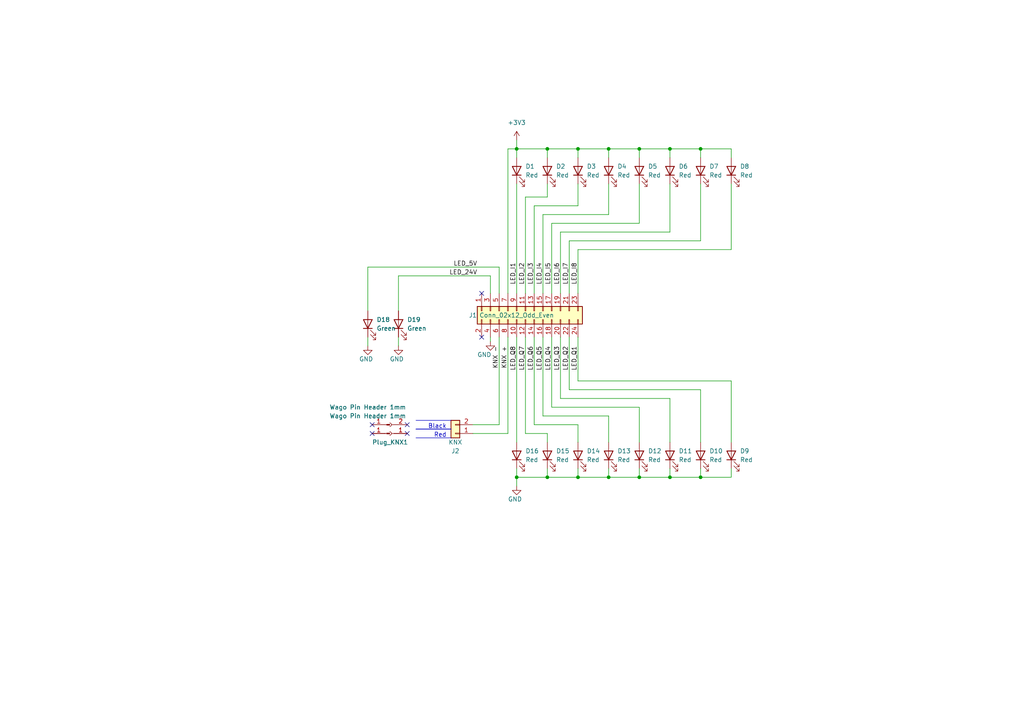
<source format=kicad_sch>
(kicad_sch (version 20230121) (generator eeschema)
  (paper "A4")
  (lib_symbols
    (symbol "Connector:Conn_01x01_Pin" (pin_names (offset 1.016) hide)
      (property "Reference" "J" (at 0 2.54 0))
      (property "Value" "Conn_01x01_Pin" (at 0 -2.54 0))
      (symbol "Conn_01x01_Pin_1_1"
        (polyline (pts (xy 1.27 0) (xy 0.8636 0)) (stroke (width 0.1524)))
        (rectangle (start 0.8636 0.127) (end 0 -0.127) (stroke (width 0.1524)) (fill (type outline)))
        (pin passive line (at 5.08 0 180) (length 3.81) (name "Pin_1") (number "1"))
      )
    )
    (symbol "Connector:Conn_01x02_Socket" (pin_names (offset 1.016) hide)
      (property "Reference" "J" (at 0 2.54 0))
      (property "Value" "Conn_01x02_Socket" (at 0 -5.08 0))
      (symbol "Conn_01x02_Socket_1_1"
        (arc (start 0 -2.032) (mid -0.5058 -2.54) (end 0 -3.048) (stroke (width 0.1524)))
        (polyline (pts (xy -1.27 -2.54) (xy -0.508 -2.54)) (stroke (width 0.1524)))
        (polyline (pts (xy -1.27 0) (xy -0.508 0)) (stroke (width 0.1524)))
        (arc (start 0 0.508) (mid -0.5058 0) (end 0 -0.508) (stroke (width 0.1524)))
        (pin passive line (at -5.08 0 0) (length 3.81) (name "Pin_1") (number "1"))
        (pin passive line (at -5.08 -2.54 0) (length 3.81) (name "Pin_2") (number "2"))
      )
    )
    (symbol "Connector_Generic:Conn_01x02" (pin_names (offset 1.016) hide)
      (property "Reference" "J" (at 0 2.54 0))
      (property "Value" "Conn_01x02" (at 0 -5.08 0))
      (symbol "Conn_01x02_1_1"
        (rectangle (start -1.27 -2.413) (end 0 -2.667) (stroke (width 0.1524)))
        (rectangle (start -1.27 0.127) (end 0 -0.127) (stroke (width 0.1524)))
        (rectangle (start -1.27 1.27) (end 1.27 -3.81) (stroke (width 0.254)) (fill (type background)))
        (pin passive line (at -5.08 0 0) (length 3.81) (name "Pin_1") (number "1"))
        (pin passive line (at -5.08 -2.54 0) (length 3.81) (name "Pin_2") (number "2"))
      )
    )
    (symbol "Connector_Generic:Conn_02x12_Odd_Even" (pin_names (offset 1.016) hide)
      (property "Reference" "J" (at 1.27 15.24 0))
      (property "Value" "Conn_02x12_Odd_Even" (at 1.27 -17.78 0))
      (symbol "Conn_02x12_Odd_Even_1_1"
        (rectangle (start -1.27 -15.113) (end 0 -15.367) (stroke (width 0.1524)))
        (rectangle (start -1.27 -12.573) (end 0 -12.827) (stroke (width 0.1524)))
        (rectangle (start -1.27 -10.033) (end 0 -10.287) (stroke (width 0.1524)))
        (rectangle (start -1.27 -7.493) (end 0 -7.747) (stroke (width 0.1524)))
        (rectangle (start -1.27 -4.953) (end 0 -5.207) (stroke (width 0.1524)))
        (rectangle (start -1.27 -2.413) (end 0 -2.667) (stroke (width 0.1524)))
        (rectangle (start -1.27 0.127) (end 0 -0.127) (stroke (width 0.1524)))
        (rectangle (start -1.27 2.667) (end 0 2.413) (stroke (width 0.1524)))
        (rectangle (start -1.27 5.207) (end 0 4.953) (stroke (width 0.1524)))
        (rectangle (start -1.27 7.747) (end 0 7.493) (stroke (width 0.1524)))
        (rectangle (start -1.27 10.287) (end 0 10.033) (stroke (width 0.1524)))
        (rectangle (start -1.27 12.827) (end 0 12.573) (stroke (width 0.1524)))
        (rectangle (start -1.27 13.97) (end 3.81 -16.51) (stroke (width 0.254)) (fill (type background)))
        (rectangle (start 3.81 -15.113) (end 2.54 -15.367) (stroke (width 0.1524)))
        (rectangle (start 3.81 -12.573) (end 2.54 -12.827) (stroke (width 0.1524)))
        (rectangle (start 3.81 -10.033) (end 2.54 -10.287) (stroke (width 0.1524)))
        (rectangle (start 3.81 -7.493) (end 2.54 -7.747) (stroke (width 0.1524)))
        (rectangle (start 3.81 -4.953) (end 2.54 -5.207) (stroke (width 0.1524)))
        (rectangle (start 3.81 -2.413) (end 2.54 -2.667) (stroke (width 0.1524)))
        (rectangle (start 3.81 0.127) (end 2.54 -0.127) (stroke (width 0.1524)))
        (rectangle (start 3.81 2.667) (end 2.54 2.413) (stroke (width 0.1524)))
        (rectangle (start 3.81 5.207) (end 2.54 4.953) (stroke (width 0.1524)))
        (rectangle (start 3.81 7.747) (end 2.54 7.493) (stroke (width 0.1524)))
        (rectangle (start 3.81 10.287) (end 2.54 10.033) (stroke (width 0.1524)))
        (rectangle (start 3.81 12.827) (end 2.54 12.573) (stroke (width 0.1524)))
        (pin passive line (at -5.08 12.7 0) (length 3.81) (name "Pin_1") (number "1"))
        (pin passive line (at 7.62 2.54 180) (length 3.81) (name "Pin_10") (number "10"))
        (pin passive line (at -5.08 0 0) (length 3.81) (name "Pin_11") (number "11"))
        (pin passive line (at 7.62 0 180) (length 3.81) (name "Pin_12") (number "12"))
        (pin passive line (at -5.08 -2.54 0) (length 3.81) (name "Pin_13") (number "13"))
        (pin passive line (at 7.62 -2.54 180) (length 3.81) (name "Pin_14") (number "14"))
        (pin passive line (at -5.08 -5.08 0) (length 3.81) (name "Pin_15") (number "15"))
        (pin passive line (at 7.62 -5.08 180) (length 3.81) (name "Pin_16") (number "16"))
        (pin passive line (at -5.08 -7.62 0) (length 3.81) (name "Pin_17") (number "17"))
        (pin passive line (at 7.62 -7.62 180) (length 3.81) (name "Pin_18") (number "18"))
        (pin passive line (at -5.08 -10.16 0) (length 3.81) (name "Pin_19") (number "19"))
        (pin passive line (at 7.62 12.7 180) (length 3.81) (name "Pin_2") (number "2"))
        (pin passive line (at 7.62 -10.16 180) (length 3.81) (name "Pin_20") (number "20"))
        (pin passive line (at -5.08 -12.7 0) (length 3.81) (name "Pin_21") (number "21"))
        (pin passive line (at 7.62 -12.7 180) (length 3.81) (name "Pin_22") (number "22"))
        (pin passive line (at -5.08 -15.24 0) (length 3.81) (name "Pin_23") (number "23"))
        (pin passive line (at 7.62 -15.24 180) (length 3.81) (name "Pin_24") (number "24"))
        (pin passive line (at -5.08 10.16 0) (length 3.81) (name "Pin_3") (number "3"))
        (pin passive line (at 7.62 10.16 180) (length 3.81) (name "Pin_4") (number "4"))
        (pin passive line (at -5.08 7.62 0) (length 3.81) (name "Pin_5") (number "5"))
        (pin passive line (at 7.62 7.62 180) (length 3.81) (name "Pin_6") (number "6"))
        (pin passive line (at -5.08 5.08 0) (length 3.81) (name "Pin_7") (number "7"))
        (pin passive line (at 7.62 5.08 180) (length 3.81) (name "Pin_8") (number "8"))
        (pin passive line (at -5.08 2.54 0) (length 3.81) (name "Pin_9") (number "9"))
      )
    )
    (symbol "Device:LED" (pin_numbers hide) (pin_names (offset 1.016) hide)
      (property "Reference" "D" (at 0 2.54 0))
      (property "Value" "LED" (at 0 -2.54 0))
      (symbol "LED_0_1"
        (polyline (pts (xy -1.27 -1.27) (xy -1.27 1.27)) (stroke (width 0.254)))
        (polyline (pts (xy -1.27 0) (xy 1.27 0)))
        (polyline (pts (xy 1.27 -1.27) (xy 1.27 1.27) (xy -1.27 0) (xy 1.27 -1.27)) (stroke (width 0.254)))
        (polyline (pts (xy -3.048 -0.762) (xy -4.572 -2.286) (xy -3.81 -2.286) (xy -4.572 -2.286) (xy -4.572 -1.524)))
        (polyline (pts (xy -1.778 -0.762) (xy -3.302 -2.286) (xy -2.54 -2.286) (xy -3.302 -2.286) (xy -3.302 -1.524)))
      )
      (symbol "LED_1_1"
        (pin passive line (at -3.81 0 0) (length 2.54) (name "K") (number "1"))
        (pin passive line (at 3.81 0 180) (length 2.54) (name "A") (number "2"))
      )
    )
    (symbol "power:+3V3" (power) (pin_names (offset 0))
      (property "Value" "+3V3" (at 0 3.556 0))
      (symbol "+3V3_0_1"
        (polyline (pts (xy -0.762 1.27) (xy 0 2.54)))
        (polyline (pts (xy 0 0) (xy 0 2.54)))
        (polyline (pts (xy 0 2.54) (xy 0.762 1.27)))
      )
      (symbol "+3V3_1_1"
        (pin power_in line (at 0 0 90) (length 0) hide (name "+3V3") (number "1"))
      )
    )
    (symbol "power:GND" (power) (pin_names (offset 0))
      (property "Value" "GND" (at 0 -3.81 0))
      (symbol "GND_0_1"
        (polyline (pts (xy 0 0) (xy 0 -1.27) (xy 1.27 -1.27) (xy 0 -2.54) (xy -1.27 -1.27) (xy 0 -1.27)))
      )
      (symbol "GND_1_1"
        (pin power_in line (at 0 0 270) (length 0) hide (name "GND") (number "1"))
      )
    )
  )
  (junction (at 176.53 43.18))
  (junction (at 149.86 138.43))
  (junction (at 167.64 43.18))
  (junction (at 167.64 138.43))
  (junction (at 176.53 138.43))
  (junction (at 194.31 138.43))
  (junction (at 149.86 43.18))
  (junction (at 203.2 138.43))
  (junction (at 194.31 43.18))
  (junction (at 185.42 43.18))
  (junction (at 185.42 138.43))
  (junction (at 158.75 43.18))
  (junction (at 203.2 43.18))
  (junction (at 158.75 138.43))
  (no_connect (at 139.7 85.09))
  (no_connect (at 107.95 125.73))
  (no_connect (at 118.11 123.19))
  (no_connect (at 118.11 125.73))
  (no_connect (at 107.95 123.19))
  (no_connect (at 139.7 97.79))
  (polyline (pts (xy 130.81 121.92) (xy 120.65 121.92)) (stroke (width 0) (type solid)))
  (wire (pts (xy 176.53 120.65) (xy 157.48 120.65)))
  (wire (pts (xy 142.24 85.09) (xy 142.24 80.01)))
  (polyline (pts (xy 130.81 124.46) (xy 120.65 124.46)) (stroke (width 0) (type solid)))
  (wire (pts (xy 149.86 135.89) (xy 149.86 138.43)))
  (wire (pts (xy 149.86 43.18) (xy 149.86 45.72)))
  (polyline (pts (xy 130.81 127) (xy 120.65 127)) (stroke (width 0) (type solid)))
  (wire (pts (xy 106.68 97.79) (xy 106.68 100.33)))
  (wire (pts (xy 147.32 125.73) (xy 137.16 125.73)))
  (wire (pts (xy 162.56 85.09) (xy 162.56 67.31)))
  (wire (pts (xy 185.42 118.11) (xy 185.42 128.27)))
  (wire (pts (xy 165.1 69.85) (xy 203.2 69.85)))
  (wire (pts (xy 203.2 135.89) (xy 203.2 138.43)))
  (wire (pts (xy 212.09 72.39) (xy 212.09 53.34)))
  (wire (pts (xy 106.68 77.47) (xy 106.68 90.17)))
  (wire (pts (xy 158.75 138.43) (xy 158.75 135.89)))
  (wire (pts (xy 160.02 85.09) (xy 160.02 64.77)))
  (wire (pts (xy 149.86 138.43) (xy 158.75 138.43)))
  (wire (pts (xy 185.42 43.18) (xy 185.42 45.72)))
  (wire (pts (xy 176.53 135.89) (xy 176.53 138.43)))
  (wire (pts (xy 154.94 97.79) (xy 154.94 123.19)))
  (wire (pts (xy 203.2 113.03) (xy 165.1 113.03)))
  (wire (pts (xy 162.56 97.79) (xy 162.56 115.57)))
  (wire (pts (xy 167.64 43.18) (xy 176.53 43.18)))
  (wire (pts (xy 167.64 85.09) (xy 167.64 72.39)))
  (wire (pts (xy 154.94 59.69) (xy 154.94 85.09)))
  (wire (pts (xy 144.78 97.79) (xy 144.78 123.19)))
  (wire (pts (xy 185.42 138.43) (xy 176.53 138.43)))
  (wire (pts (xy 142.24 99.06) (xy 142.24 97.79)))
  (wire (pts (xy 167.64 97.79) (xy 167.64 110.49)))
  (wire (pts (xy 147.32 43.18) (xy 149.86 43.18)))
  (wire (pts (xy 149.86 43.18) (xy 158.75 43.18)))
  (wire (pts (xy 194.31 135.89) (xy 194.31 138.43)))
  (wire (pts (xy 142.24 80.01) (xy 115.57 80.01)))
  (wire (pts (xy 115.57 80.01) (xy 115.57 90.17)))
  (wire (pts (xy 167.64 43.18) (xy 167.64 45.72)))
  (wire (pts (xy 157.48 62.23) (xy 176.53 62.23)))
  (wire (pts (xy 160.02 64.77) (xy 185.42 64.77)))
  (wire (pts (xy 185.42 43.18) (xy 194.31 43.18)))
  (wire (pts (xy 149.86 40.64) (xy 149.86 43.18)))
  (wire (pts (xy 157.48 85.09) (xy 157.48 62.23)))
  (wire (pts (xy 194.31 115.57) (xy 194.31 128.27)))
  (wire (pts (xy 176.53 43.18) (xy 185.42 43.18)))
  (wire (pts (xy 212.09 135.89) (xy 212.09 138.43)))
  (wire (pts (xy 152.4 57.15) (xy 158.75 57.15)))
  (wire (pts (xy 176.53 62.23) (xy 176.53 53.34)))
  (wire (pts (xy 194.31 43.18) (xy 194.31 45.72)))
  (wire (pts (xy 203.2 69.85) (xy 203.2 53.34)))
  (wire (pts (xy 185.42 64.77) (xy 185.42 53.34)))
  (wire (pts (xy 149.86 97.79) (xy 149.86 128.27)))
  (wire (pts (xy 152.4 85.09) (xy 152.4 57.15)))
  (wire (pts (xy 194.31 67.31) (xy 194.31 53.34)))
  (wire (pts (xy 167.64 138.43) (xy 158.75 138.43)))
  (wire (pts (xy 158.75 43.18) (xy 158.75 45.72)))
  (wire (pts (xy 194.31 43.18) (xy 203.2 43.18)))
  (wire (pts (xy 167.64 123.19) (xy 167.64 128.27)))
  (wire (pts (xy 158.75 128.27) (xy 158.75 125.73)))
  (wire (pts (xy 147.32 97.79) (xy 147.32 125.73)))
  (wire (pts (xy 167.64 59.69) (xy 154.94 59.69)))
  (wire (pts (xy 194.31 138.43) (xy 185.42 138.43)))
  (wire (pts (xy 212.09 138.43) (xy 203.2 138.43)))
  (wire (pts (xy 158.75 43.18) (xy 167.64 43.18)))
  (wire (pts (xy 203.2 43.18) (xy 212.09 43.18)))
  (wire (pts (xy 162.56 67.31) (xy 194.31 67.31)))
  (wire (pts (xy 149.86 138.43) (xy 149.86 140.97)))
  (wire (pts (xy 167.64 72.39) (xy 212.09 72.39)))
  (wire (pts (xy 176.53 43.18) (xy 176.53 45.72)))
  (wire (pts (xy 157.48 97.79) (xy 157.48 120.65)))
  (wire (pts (xy 203.2 138.43) (xy 194.31 138.43)))
  (wire (pts (xy 212.09 43.18) (xy 212.09 45.72)))
  (wire (pts (xy 212.09 110.49) (xy 212.09 128.27)))
  (polyline (pts (xy 130.81 124.46) (xy 120.65 124.46)) (stroke (width 0) (type solid)))
  (wire (pts (xy 154.94 123.19) (xy 167.64 123.19)))
  (wire (pts (xy 160.02 97.79) (xy 160.02 118.11)))
  (wire (pts (xy 152.4 97.79) (xy 152.4 125.73)))
  (wire (pts (xy 167.64 53.34) (xy 167.64 59.69)))
  (wire (pts (xy 144.78 85.09) (xy 144.78 77.47)))
  (wire (pts (xy 176.53 128.27) (xy 176.53 120.65)))
  (wire (pts (xy 137.16 123.19) (xy 144.78 123.19)))
  (wire (pts (xy 147.32 43.18) (xy 147.32 85.09)))
  (wire (pts (xy 167.64 135.89) (xy 167.64 138.43)))
  (wire (pts (xy 160.02 118.11) (xy 185.42 118.11)))
  (wire (pts (xy 149.86 53.34) (xy 149.86 85.09)))
  (wire (pts (xy 165.1 97.79) (xy 165.1 113.03)))
  (wire (pts (xy 185.42 135.89) (xy 185.42 138.43)))
  (wire (pts (xy 165.1 85.09) (xy 165.1 69.85)))
  (wire (pts (xy 144.78 77.47) (xy 106.68 77.47)))
  (wire (pts (xy 167.64 110.49) (xy 212.09 110.49)))
  (wire (pts (xy 158.75 57.15) (xy 158.75 53.34)))
  (wire (pts (xy 176.53 138.43) (xy 167.64 138.43)))
  (wire (pts (xy 158.75 125.73) (xy 152.4 125.73)))
  (wire (pts (xy 203.2 128.27) (xy 203.2 113.03)))
  (wire (pts (xy 162.56 115.57) (xy 194.31 115.57)))
  (wire (pts (xy 203.2 43.18) (xy 203.2 45.72)))
  (wire (pts (xy 115.57 97.79) (xy 115.57 100.33)))
  (text "Black" (at 129.54 124.46 0) (effects (font (size 1.27 1.27)) (justify right bottom)))
  (text "Red" (at 129.54 127 0) (effects (font (size 1.27 1.27)) (justify right bottom)))
  (label "LED_I7" (at 165.1 82.55 90))
  (label "LED_I3" (at 154.94 82.55 90))
  (label "LED_5V" (at 138.43 77.47 180))
  (label "LED_Q6" (at 154.94 100.33 270))
  (label "LED_I6" (at 162.56 82.55 90))
  (label "LED_Q8" (at 149.86 100.33 270))
  (label "LED_Q5" (at 157.48 100.33 270))
  (label "LED_I8" (at 167.64 82.55 90))
  (label "LED_I2" (at 152.4 82.55 90))
  (label "LED_I5" (at 160.02 82.55 90))
  (label "LED_Q4" (at 160.02 100.33 270))
  (label "LED_I1" (at 149.86 82.55 90))
  (label "LED_Q7" (at 152.4 100.33 270))
  (label "LED_Q2" (at 165.1 100.33 270))
  (label "KNX -" (at 144.78 100.33 270))
  (label "LED_Q3" (at 162.56 100.33 270))
  (label "LED_24V" (at 138.43 80.01 180))
  (label "LED_Q1" (at 167.64 100.33 270))
  (label "LED_I4" (at 157.48 82.55 90))
  (label "KNX +" (at 147.32 100.33 270))
  (symbol (lib_id "Device:LED") (at 149.86 49.53 90) (unit 1)
    (property "Reference" "D1" (at 152.4 48.26 90) (effects (justify right)))
    (property "Value" "Red" (at 152.4 50.8 90) (effects (justify right)))
    (property "Footprint" "LED_THT:LED_D5.0mm" (effects hide))
    (property "LCSC" "C417347" (effects hide))
  )
  (symbol (lib_id "power:+3V3") (at 149.86 40.64 0) (unit 1)
    (property "Reference" "#PWR03" (effects hide))
    (property "Value" "+3V3" (at 149.86 35.56 0))
  )
  (symbol (lib_id "power:GND") (at 149.86 140.97 0) (unit 1)
    (property "Reference" "#PWR02" (effects hide))
    (property "Value" "GND" (at 147.32 144.78 0) (effects (justify left)))
  )
  (symbol (lib_id "Device:LED") (at 212.09 49.53 90) (unit 1)
    (property "Reference" "D8" (at 214.63 48.26 90) (effects (justify right)))
    (property "Value" "Red" (at 214.63 50.8 90) (effects (justify right)))
    (property "Footprint" "LED_THT:LED_D5.0mm" (effects hide))
    (property "LCSC" "C417347" (effects hide))
  )
  (symbol (lib_id "Device:LED") (at 203.2 132.08 90) (unit 1)
    (property "Reference" "D10" (at 205.74 130.81 90) (effects (justify right)))
    (property "Value" "Red" (at 205.74 133.35 90) (effects (justify right)))
    (property "Footprint" "LED_THT:LED_D5.0mm" (effects hide))
    (property "LCSC" "C417347" (effects hide))
  )
  (symbol (lib_id "Connector_Generic:Conn_02x12_Odd_Even") (at 152.4 90.17 90) (mirror x) (unit 1)
    (property "Reference" "J1" (at 137.16 91.44 90))
    (property "Value" "Conn_02x12_Odd_Even" (at 149.86 91.44 90))
    (property "Footprint" "Connector_PinHeader_2.54mm:PinHeader_2x12_P2.54mm_Vertical" (effects hide))
    (property "LCSC" "C2894973" (effects hide))
  )
  (symbol (lib_id "Device:LED") (at 149.86 132.08 90) (unit 1)
    (property "Reference" "D16" (at 152.4 130.81 90) (effects (justify right)))
    (property "Value" "Red" (at 152.4 133.35 90) (effects (justify right)))
    (property "Footprint" "LED_THT:LED_D5.0mm" (effects hide))
    (property "LCSC" "C417347" (effects hide))
  )
  (symbol (lib_id "Device:LED") (at 212.09 132.08 90) (unit 1)
    (property "Reference" "D9" (at 214.63 130.81 90) (effects (justify right)))
    (property "Value" "Red" (at 214.63 133.35 90) (effects (justify right)))
    (property "Footprint" "LED_THT:LED_D5.0mm" (effects hide))
    (property "LCSC" "C417347" (effects hide))
  )
  (symbol (lib_id "Device:LED") (at 115.57 93.98 90) (unit 1)
    (property "Reference" "D19" (at 118.11 92.71 90) (effects (justify right)))
    (property "Value" "Green" (at 118.11 95.25 90) (effects (justify right)))
    (property "Footprint" "LED_THT:LED_D5.0mm" (effects hide))
    (property "LCSC" "C2764903" (effects hide))
  )
  (symbol (lib_id "power:GND") (at 115.57 100.33 0) (unit 1)
    (property "Reference" "#PWR010" (effects hide))
    (property "Value" "GND" (at 113.03 104.14 0) (effects (justify left)))
  )
  (symbol (lib_id "Connector:Conn_01x02_Socket") (at 113.03 125.73 180) (unit 1) (on_board no)
    (property "Reference" "Plug_KNX1" (at 107.95 128.27 0) (effects (justify right)))
    (property "Value" "Conn_01x02_Socket" (effects hide))
    (property "Footprint" "Wago 243-211" (effects hide))
  )
  (symbol (lib_id "Device:LED") (at 194.31 132.08 90) (unit 1)
    (property "Reference" "D11" (at 196.85 130.81 90) (effects (justify right)))
    (property "Value" "Red" (at 196.85 133.35 90) (effects (justify right)))
    (property "Footprint" "LED_THT:LED_D5.0mm" (effects hide))
    (property "LCSC" "C417347" (effects hide))
  )
  (symbol (lib_id "Device:LED") (at 176.53 49.53 90) (unit 1)
    (property "Reference" "D4" (at 179.07 48.26 90) (effects (justify right)))
    (property "Value" "Red" (at 179.07 50.8 90) (effects (justify right)))
    (property "Footprint" "LED_THT:LED_D5.0mm" (effects hide))
    (property "LCSC" "C417347" (effects hide))
  )
  (symbol (lib_id "Device:LED") (at 106.68 93.98 90) (unit 1)
    (property "Reference" "D18" (at 109.22 92.71 90) (effects (justify right)))
    (property "Value" "Green" (at 109.22 95.25 90) (effects (justify right)))
    (property "Footprint" "LED_THT:LED_D5.0mm" (effects hide))
    (property "LCSC" "C2764903" (effects hide))
  )
  (symbol (lib_id "Connector_Generic:Conn_01x02") (at 132.08 125.73 180) (unit 1) (in_bom no)
    (property "Reference" "J2" (at 132.08 130.81 0))
    (property "Value" "KNX" (at 132.08 128.27 0))
    (property "Footprint" "MeineBib:KNX_Header" (effects hide))
  )
  (symbol (lib_id "Device:LED") (at 167.64 49.53 90) (unit 1)
    (property "Reference" "D3" (at 170.18 48.26 90) (effects (justify right)))
    (property "Value" "Red" (at 170.18 50.8 90) (effects (justify right)))
    (property "Footprint" "LED_THT:LED_D5.0mm" (effects hide))
    (property "LCSC" "C417347" (effects hide))
  )
  (symbol (lib_id "Device:LED") (at 158.75 132.08 90) (unit 1)
    (property "Reference" "D15" (at 161.29 130.81 90) (effects (justify right)))
    (property "Value" "Red" (at 161.29 133.35 90) (effects (justify right)))
    (property "Footprint" "LED_THT:LED_D5.0mm" (effects hide))
    (property "LCSC" "C417347" (effects hide))
  )
  (symbol (lib_id "power:GND") (at 142.24 99.06 0) (unit 1)
    (property "Reference" "#PWR01" (effects hide))
    (property "Value" "GND" (at 138.43 102.87 0) (effects (justify left)))
  )
  (symbol (lib_id "Connector:Conn_01x01_Pin") (at 113.03 123.19 180) (unit 1) (on_board no)
    (property "Reference" "J4" (effects hide))
    (property "Value" "Wago Pin Header 1mm" (at 106.68 118.11 0))
    (property "LCSC" "C265321" (effects hide))
  )
  (symbol (lib_id "Connector:Conn_01x01_Pin") (at 113.03 125.73 180) (unit 1) (on_board no)
    (property "Reference" "J3" (effects hide))
    (property "Value" "Wago Pin Header 1mm" (at 106.68 120.65 0))
    (property "LCSC" "C265321" (effects hide))
  )
  (symbol (lib_id "power:GND") (at 106.68 100.33 0) (unit 1)
    (property "Reference" "#PWR09" (effects hide))
    (property "Value" "GND" (at 104.14 104.14 0) (effects (justify left)))
  )
  (symbol (lib_id "Device:LED") (at 185.42 49.53 90) (unit 1)
    (property "Reference" "D5" (at 187.96 48.26 90) (effects (justify right)))
    (property "Value" "Red" (at 187.96 50.8 90) (effects (justify right)))
    (property "Footprint" "LED_THT:LED_D5.0mm" (effects hide))
    (property "LCSC" "C417347" (effects hide))
  )
  (symbol (lib_id "Device:LED") (at 158.75 49.53 90) (unit 1)
    (property "Reference" "D2" (at 161.29 48.26 90) (effects (justify right)))
    (property "Value" "Red" (at 161.29 50.8 90) (effects (justify right)))
    (property "Footprint" "LED_THT:LED_D5.0mm" (effects hide))
    (property "LCSC" "C417347" (effects hide))
  )
  (symbol (lib_id "Device:LED") (at 176.53 132.08 90) (unit 1)
    (property "Reference" "D13" (at 179.07 130.81 90) (effects (justify right)))
    (property "Value" "Red" (at 179.07 133.35 90) (effects (justify right)))
    (property "Footprint" "LED_THT:LED_D5.0mm" (effects hide))
    (property "LCSC" "C417347" (effects hide))
  )
  (symbol (lib_id "Device:LED") (at 185.42 132.08 90) (unit 1)
    (property "Reference" "D12" (at 187.96 130.81 90) (effects (justify right)))
    (property "Value" "Red" (at 187.96 133.35 90) (effects (justify right)))
    (property "Footprint" "LED_THT:LED_D5.0mm" (effects hide))
    (property "LCSC" "C417347" (effects hide))
  )
  (symbol (lib_id "Device:LED") (at 203.2 49.53 90) (unit 1)
    (property "Reference" "D7" (at 205.74 48.26 90) (effects (justify right)))
    (property "Value" "Red" (at 205.74 50.8 90) (effects (justify right)))
    (property "Footprint" "LED_THT:LED_D5.0mm" (effects hide))
    (property "LCSC" "C417347" (effects hide))
  )
  (symbol (lib_id "Device:LED") (at 167.64 132.08 90) (unit 1)
    (property "Reference" "D14" (at 170.18 130.81 90) (effects (justify right)))
    (property "Value" "Red" (at 170.18 133.35 90) (effects (justify right)))
    (property "Footprint" "LED_THT:LED_D5.0mm" (effects hide))
    (property "LCSC" "C417347" (effects hide))
  )
  (symbol (lib_id "Device:LED") (at 194.31 49.53 90) (unit 1)
    (property "Reference" "D6" (at 196.85 48.26 90) (effects (justify right)))
    (property "Value" "Red" (at 196.85 50.8 90) (effects (justify right)))
    (property "Footprint" "LED_THT:LED_D5.0mm" (effects hide))
    (property "LCSC" "C417347" (effects hide))
  )
)
</source>
